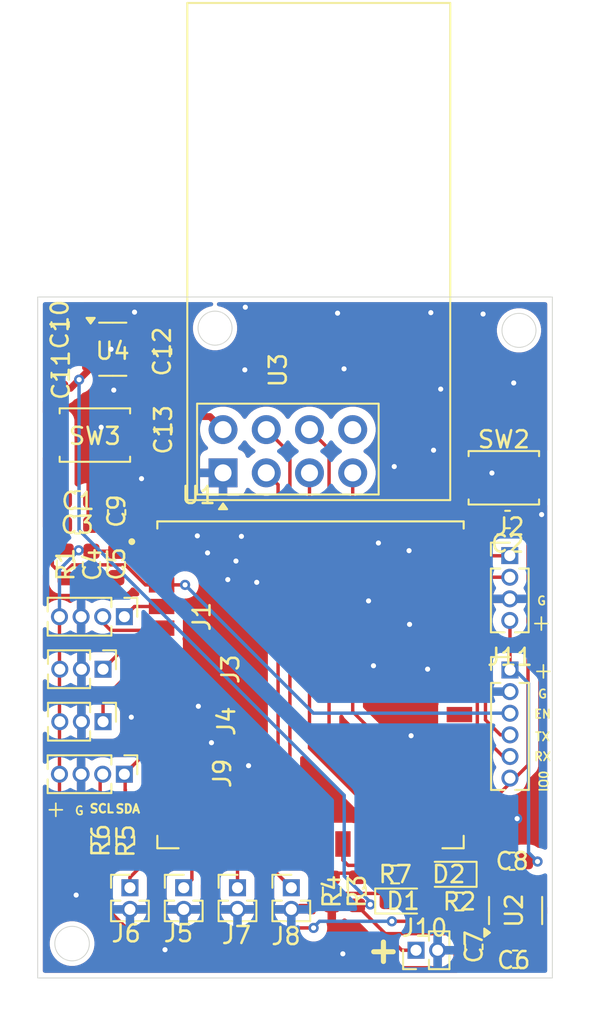
<source format=kicad_pcb>
(kicad_pcb (version 20241229) (generator "pcbnew") (generator_version "9.0")
  (layers (0 "F.Cu" signal) (2 "B.Cu" signal) (13 "F.Paste" user) (15 "B.Paste" user) (5 "F.SilkS" user "F.Silkscreen") (7 "B.SilkS" user "B.Silkscreen") (1 "F.Mask" user) (3 "B.Mask" user) (25 "Edge.Cuts" user))
  (net 0 "")
  (net 1 "GND")
  (net 2 "/EN")
  (net 3 "/IO0")
  (net 4 "+3V3")
  (net 5 "+5V")
  (net 6 "+3.3VA")
  (net 7 "Net-(D1-A)")
  (net 8 "Net-(D2-A)")
  (net 9 "Net-(J1-Pin_1)")
  (net 10 "Net-(J1-Pin_2)")
  (net 11 "Net-(J2-Pin_1)")
  (net 12 "Net-(J2-Pin_2)")
  (net 13 "Net-(J3-Pin_1)")
  (net 14 "Net-(J4-Pin_1)")
  (net 15 "Net-(J5-Pin_1)")
  (net 16 "Net-(J6-Pin_1)")
  (net 17 "Net-(J7-Pin_1)")
  (net 18 "Net-(J8-Pin_1)")
  (net 19 "/SCL")
  (net 20 "/SDA")
  (net 21 "Net-(J11-Pin_5)")
  (net 22 "Net-(J11-Pin_4)")
  (net 23 "/BAT_MON")
  (net 24 "Net-(U1-IO14)")
  (net 28 "/CE")
  (net 30 "/SCK")
  (net 33 "/MOSI")
  (net 38 "/CSN")
  (net 39 "/MISO")
  (footprint "Connector_PinHeader_1.27mm:PinHeader_1x04_P1.27mm_Vertical" (layer "F.Cu") (at 104.1 56.56 -90)
    (property "Reference" "J9" (at -0.05 -5.76 90) (layer "F.SilkS"))
    (property "Value" "OLED")
    (pad "1" thru_hole rect (at 0 0 270) (size 1 1) (drill 0.65) (layers "*.Cu" "*.Mask") (net 20 "/SDA"))
    (pad "2" thru_hole oval (at 0 1.27 270) (size 1 1) (drill 0.65) (layers "*.Cu" "*.Mask") (net 19 "/SCL"))
    (pad "3" thru_hole oval (at 0 2.54 270) (size 1 1) (drill 0.65) (layers "*.Cu" "*.Mask") (net 1 "GND"))
    (pad "4" thru_hole oval (at 0 3.81 270) (size 1 1) (drill 0.65) (layers "*.Cu" "*.Mask") (net 4 "+3V3"))
  )
  (footprint "Capacitor_SMD:C_0603_1608Metric" (layer "F.Cu") (at 106.35 31.74 -90)
    (property "Reference" "C12" (at 0 0.03 90) (layer "F.SilkS"))
    (property "Value" "0.1uF")
    (pad "1" smd roundrect (at -0.775 0 270) (size 0.9 0.95) (layers "F.Cu" "F.Mask" "F.Paste") (net 6 "+3.3VA"))
    (pad "2" smd roundrect (at 0.775 0 270) (size 0.9 0.95) (layers "F.Cu" "F.Mask" "F.Paste") (net 1 "GND"))
  )
  (footprint "LED_SMD:LED_0603_1608Metric_Pad1.05x0.95mm_HandSolder" (layer "F.Cu") (at 120.5 64.01)
    (property "Reference" "D1" (at -0.0225 0 0) (layer "F.SilkS"))
    (property "Value" "LED")
    (pad "1" smd roundrect (at -0.875 0) (size 1.05 0.95) (layers "F.Cu" "F.Mask" "F.Paste") (net 1 "GND"))
    (pad "2" smd roundrect (at 0.875 0) (size 1.05 0.95) (layers "F.Cu" "F.Mask" "F.Paste") (net 7 "Net-(D1-A)"))
  )
  (footprint "RF_Module:nRF24L01_Breakout" (layer "F.Cu") (at 109.9 38.86 90)
    (property "Reference" "U3" (at 6.03 3.23 90) (layer "F.SilkS"))
    (property "Value" "NRF24L01_Breakout")
    (pad "1" thru_hole rect (at 0 0 90) (size 1.7 1.7) (drill 1) (layers "*.Cu" "*.Mask") (net 1 "GND"))
    (pad "2" thru_hole circle (at 2.54 0 90) (size 1.7 1.7) (drill 1) (layers "*.Cu" "*.Mask") (net 6 "+3.3VA"))
    (pad "3" thru_hole circle (at 0 2.54 90) (size 1.7 1.7) (drill 1) (layers "*.Cu" "*.Mask") (net 28 "/CE"))
    (pad "4" thru_hole circle (at 2.54 2.54 90) (size 1.7 1.7) (drill 1) (layers "*.Cu" "*.Mask") (net 38 "/CSN"))
    (pad "5" thru_hole circle (at 0 5.08 90) (size 1.7 1.7) (drill 1) (layers "*.Cu" "*.Mask") (net 30 "/SCK"))
    (pad "6" thru_hole circle (at 2.54 5.08 90) (size 1.7 1.7) (drill 1) (layers "*.Cu" "*.Mask") (net 33 "/MOSI"))
    (pad "7" thru_hole circle (at 0 7.62 90) (size 1.7 1.7) (drill 1) (layers "*.Cu" "*.Mask") (net 39 "/MISO"))
    (pad "8" thru_hole circle (at 2.54 7.62 90) (size 1.7 1.7) (drill 1) (layers "*.Cu" "*.Mask"))
  )
  (footprint "Connector_PinHeader_1.27mm:PinHeader_1x04_P1.27mm_Vertical" (layer "F.Cu") (at 104.1 47.31 -90)
    (property "Reference" "J1" (at -0.01 -4.55 90) (layer "F.SilkS"))
    (property "Value" "JOYSTICK")
    (pad "1" thru_hole rect (at 0 0 270) (size 1 1) (drill 0.65) (layers "*.Cu" "*.Mask") (net 9 "Net-(J1-Pin_1)"))
    (pad "2" thru_hole oval (at 0 1.27 270) (size 1 1) (drill 0.65) (layers "*.Cu" "*.Mask") (net 10 "Net-(J1-Pin_2)"))
    (pad "3" thru_hole oval (at 0 2.54 270) (size 1 1) (drill 0.65) (layers "*.Cu" "*.Mask") (net 1 "GND"))
    (pad "4" thru_hole oval (at 0 3.81 270) (size 1 1) (drill 0.65) (layers "*.Cu" "*.Mask") (net 4 "+3V3"))
  )
  (footprint "Resistor_SMD:R_0603_1608Metric" (layer "F.Cu") (at 120.015 62.45)
    (property "Reference" "R7" (at 0.005 -0.01 0) (layer "F.SilkS"))
    (property "Value" "10K")
    (pad "1" smd roundrect (at -0.825 0) (size 0.8 0.95) (layers "F.Cu" "F.Mask" "F.Paste") (net 24 "Net-(U1-IO14)"))
    (pad "2" smd roundrect (at 0.825 0) (size 0.8 0.95) (layers "F.Cu" "F.Mask" "F.Paste") (net 8 "Net-(D2-A)"))
  )
  (footprint "Resistor_SMD:R_0603_1608Metric" (layer "F.Cu") (at 102.68 60.455 -90)
    (property "Reference" "R6" (at 0 -0.03 90) (layer "F.SilkS"))
    (property "Value" "100k")
    (pad "1" smd roundrect (at -0.825 0 270) (size 0.8 0.95) (layers "F.Cu" "F.Mask" "F.Paste") (net 19 "/SCL"))
    (pad "2" smd roundrect (at 0.825 0 270) (size 0.8 0.95) (layers "F.Cu" "F.Mask" "F.Paste") (net 4 "+3V3"))
  )
  (footprint "Capacitor_SMD:C_0603_1608Metric" (layer "F.Cu") (at 101.355 41.91)
    (property "Reference" "C3" (at -0.025 0.01 0) (layer "F.SilkS"))
    (property "Value" "0.1uF")
    (pad "1" smd roundrect (at -0.775 0) (size 0.9 0.95) (layers "F.Cu" "F.Mask" "F.Paste") (net 2 "/EN"))
    (pad "2" smd roundrect (at 0.775 0) (size 0.9 0.95) (layers "F.Cu" "F.Mask" "F.Paste") (net 1 "GND"))
  )
  (footprint "Package_TO_SOT_SMD:SOT-23-5" (layer "F.Cu") (at 127.09 64.5675 90)
    (property "Reference" "U2" (at 0 -0.0875 90) (layer "F.SilkS"))
    (property "Value" "MIC5219-3.3YM5")
    (pad "1" smd roundrect (at -1.1375 -0.95 90) (size 1.325 0.6) (layers "F.Cu" "F.Mask" "F.Paste") (net 5 "+5V"))
    (pad "2" smd roundrect (at -1.1375 0 90) (size 1.325 0.6) (layers "F.Cu" "F.Mask" "F.Paste") (net 1 "GND"))
    (pad "3" smd roundrect (at -1.1375 0.95 90) (size 1.325 0.6) (layers "F.Cu" "F.Mask" "F.Paste") (net 5 "+5V"))
    (pad "4" smd roundrect (at 1.1375 0.95 90) (size 1.325 0.6) (layers "F.Cu" "F.Mask" "F.Paste"))
    (pad "5" smd roundrect (at 1.1375 -0.95 90) (size 1.325 0.6) (layers "F.Cu" "F.Mask" "F.Paste") (net 4 "+3V3"))
  )
  (footprint "Connector_PinHeader_1.27mm:PinHeader_1x02_P1.27mm_Vertical" (layer "F.Cu") (at 121.24 66.9 90)
    (property "Reference" "J10" (at 1.31 0.5 180) (layer "F.SilkS"))
    (property "Value" "BAT")
    (pad "1" thru_hole rect (at 0 0 90) (size 1 1) (drill 0.65) (layers "*.Cu" "*.Mask") (net 5 "+5V"))
    (pad "2" thru_hole oval (at 0 1.27 90) (size 1 1) (drill 0.65) (layers "*.Cu" "*.Mask") (net 1 "GND"))
  )
  (footprint "Capacitor_SMD:C_0603_1608Metric" (layer "F.Cu") (at 124.64 66.7 -90)
    (property "Reference" "C7" (at 0 0 90) (layer "F.SilkS"))
    (property "Value" "0.1uF")
    (pad "1" smd roundrect (at -0.775 0 270) (size 0.9 0.95) (layers "F.Cu" "F.Mask" "F.Paste") (net 5 "+5V"))
    (pad "2" smd roundrect (at 0.775 0 270) (size 0.9 0.95) (layers "F.Cu" "F.Mask" "F.Paste") (net 1 "GND"))
  )
  (footprint "Connector_PinHeader_1.27mm:PinHeader_1x02_P1.27mm_Vertical" (layer "F.Cu") (at 110.75 63.23)
    (property "Reference" "J7" (at -0.06 2.79 0) (layer "F.SilkS"))
    (property "Value" "Switch")
    (pad "1" thru_hole rect (at 0 0) (size 1 1) (drill 0.65) (layers "*.Cu" "*.Mask") (net 17 "Net-(J7-Pin_1)"))
    (pad "2" thru_hole oval (at 0 1.27) (size 1 1) (drill 0.65) (layers "*.Cu" "*.Mask") (net 1 "GND"))
  )
  (footprint "Capacitor_SMD:C_0603_1608Metric" (layer "F.Cu") (at 106.38 36.33 -90)
    (property "Reference" "C13" (at 0 -0.01 90) (layer "F.SilkS"))
    (property "Value" "0.1uF")
    (pad "1" smd roundrect (at -0.775 0 270) (size 0.9 0.95) (layers "F.Cu" "F.Mask" "F.Paste") (net 6 "+3.3VA"))
    (pad "2" smd roundrect (at 0.775 0 270) (size 0.9 0.95) (layers "F.Cu" "F.Mask" "F.Paste") (net 1 "GND"))
  )
  (footprint "Capacitor_SMD:C_0603_1608Metric" (layer "F.Cu") (at 103.65 41.18 90)
    (property "Reference" "C9" (at 0.07 -0.01 90) (layer "F.SilkS"))
    (property "Value" "0.1uF")
    (pad "1" smd roundrect (at -0.775 0 90) (size 0.9 0.95) (layers "F.Cu" "F.Mask" "F.Paste") (net 4 "+3V3"))
    (pad "2" smd roundrect (at 0.775 0 90) (size 0.9 0.95) (layers "F.Cu" "F.Mask" "F.Paste") (net 1 "GND"))
  )
  (footprint "Resistor_SMD:R_0603_1608Metric" (layer "F.Cu") (at 104.16 60.455 -90)
    (property "Reference" "R5" (at 0.03 -0.02 90) (layer "F.SilkS"))
    (property "Value" "100k")
    (pad "1" smd roundrect (at -0.825 0 270) (size 0.8 0.95) (layers "F.Cu" "F.Mask" "F.Paste") (net 20 "/SDA"))
    (pad "2" smd roundrect (at 0.825 0 270) (size 0.8 0.95) (layers "F.Cu" "F.Mask" "F.Paste") (net 4 "+3V3"))
  )
  (footprint "Connector_PinHeader_1.27mm:PinHeader_1x03_P1.27mm_Vertical" (layer "F.Cu") (at 102.85 50.393333 -90)
    (property "Reference" "J3" (at 0 -7.49 90) (layer "F.SilkS"))
    (property "Value" "POT")
    (pad "1" thru_hole rect (at 0 0 270) (size 1 1) (drill 0.65) (layers "*.Cu" "*.Mask") (net 13 "Net-(J3-Pin_1)"))
    (pad "2" thru_hole oval (at 0 1.27 270) (size 1 1) (drill 0.65) (layers "*.Cu" "*.Mask") (net 1 "GND"))
    (pad "3" thru_hole oval (at 0 2.54 270) (size 1 1) (drill 0.65) (layers "*.Cu" "*.Mask") (net 4 "+3V3"))
  )
  (footprint "ESP32-S3-WROOM-1U:XCVR_ESP32-S3-WROOM-1U" (layer "F.Cu") (at 115.04 51.31)
    (property "Reference" "U1" (at -6.575 -11.135 0) (layer "F.SilkS"))
    (property "Value" "ESP32-S3-WROOM-1U")
    (pad "1" smd rect (at -8.75 -8.41) (size 1.5 0.9) (layers "F.Cu" "F.Mask" "F.Paste") (net 1 "GND"))
    (pad "2" smd rect (at -8.75 -7.14) (size 1.5 0.9) (layers "F.Cu" "F.Mask" "F.Paste") (net 4 "+3V3"))
    (pad "3" smd rect (at -8.75 -5.87) (size 1.5 0.9) (layers "F.Cu" "F.Mask" "F.Paste") (net 2 "/EN"))
    (pad "4" smd rect (at -8.75 -4.6) (size 1.5 0.9) (layers "F.Cu" "F.Mask" "F.Paste") (net 9 "Net-(J1-Pin_1)"))
    (pad "5" smd rect (at -8.75 -3.33) (size 1.5 0.9) (layers "F.Cu" "F.Mask" "F.Paste") (net 10 "Net-(J1-Pin_2)"))
    (pad "6" smd rect (at -8.75 -2.06) (size 1.5 0.9) (layers "F.Cu" "F.Mask" "F.Paste") (net 13 "Net-(J3-Pin_1)"))
    (pad "7" smd rect (at -8.75 -0.79) (size 1.5 0.9) (layers "F.Cu" "F.Mask" "F.Paste") (net 14 "Net-(J4-Pin_1)"))
    (pad "8" smd rect (at -8.75 0.48) (size 1.5 0.9) (layers "F.Cu" "F.Mask" "F.Paste"))
    (pad "9" smd rect (at -8.75 1.75) (size 1.5 0.9) (layers "F.Cu" "F.Mask" "F.Paste"))
    (pad "10" smd rect (at -8.75 3.02) (size 1.5 0.9) (layers "F.Cu" "F.Mask" "F.Paste"))
    (pad "11" smd rect (at -8.75 4.29) (size 1.5 0.9) (layers "F.Cu" "F.Mask" "F.Paste") (net 20 "/SDA"))
    (pad "12" smd rect (at -8.75 5.56) (size 1.5 0.9) (layers "F.Cu" "F.Mask" "F.Paste") (net 16 "Net-(J6-Pin_1)"))
    (pad "13" smd rect (at -8.75 6.83) (size 1.5 0.9) (layers "F.Cu" "F.Mask" "F.Paste") (net 19 "/SCL"))
    (pad "15" smd rect (at -6.985 9.35) (size 0.9 1.5) (layers "F.Cu" "F.Mask" "F.Paste") (net 15 "Net-(J5-Pin_1)"))
    (pad "16" smd rect (at -5.715 9.35) (size 0.9 1.5) (layers "F.Cu" "F.Mask" "F.Paste"))
    (pad "17" smd rect (at -4.445 9.35) (size 0.9 1.5) (layers "F.Cu" "F.Mask" "F.Paste") (net 17 "Net-(J7-Pin_1)"))
    (pad "18" smd rect (at -3.175 9.35) (size 0.9 1.5) (layers "F.Cu" "F.Mask" "F.Paste") (net 18 "Net-(J8-Pin_1)"))
    (pad "19" smd rect (at -1.905 9.35) (size 0.9 1.5) (layers "F.Cu" "F.Mask" "F.Paste") (net 28 "/CE"))
    (pad "20" smd rect (at -0.635 9.35) (size 0.9 1.5) (layers "F.Cu" "F.Mask" "F.Paste") (net 38 "/CSN"))
    (pad "21" smd rect (at 0.635 9.35) (size 0.9 1.5) (layers "F.Cu" "F.Mask" "F.Paste") (net 23 "/BAT_MON"))
    (pad "22" smd rect (at 1.905 9.35) (size 0.9 1.5) (layers "F.Cu" "F.Mask" "F.Paste") (net 24 "Net-(U1-IO14)"))
    (pad "23" smd rect (at 3.175 9.35) (size 0.9 1.5) (layers "F.Cu" "F.Mask" "F.Paste"))
    (pad "24" smd rect (at 4.445 9.35) (size 0.9 1.5) (layers "F.Cu" "F.Mask" "F.Paste"))
    (pad "25" smd rect (at 5.715 9.35) (size 0.9 1.5) (layers "F.Cu" "F.Mask" "F.Paste"))
    (pad "26" smd rect (at 6.985 9.35) (size 0.9 1.5) (layers "F.Cu" "F.Mask" "F.Paste"))
    (pad "27" smd rect (at 8.75 8.1) (size 1.5 0.9) (layers "F.Cu" "F.Mask" "F.Paste") (net 3 "/IO0"))
    (pad "28" smd rect (at 8.75 6.83) (size 1.5 0.9) (layers "F.Cu" "F.Mask" "F.Paste") (net 30 "/SCK"))
    (pad "29" smd rect (at 8.75 5.56) (size 1.5 0.9) (layers "F.Cu" "F.Mask" "F.Paste") (net 33 "/MOSI"))
    (pad "30" smd rect (at 8.75 4.29) (size 1.5 0.9) (layers "F.Cu" "F.Mask" "F.Paste") (net 39 "/MISO"))
    (pad "31" smd rect (at 8.75 3.02) (size 1.5 0.9) (layers "F.Cu" "F.Mask" "F.Paste"))
    (pad "32" smd rect (at 8.75 1.75) (size 1.5 0.9) (layers "F.Cu" "F.Mask" "F.Paste"))
    (pad "33" smd rect (at 8.75 0.48) (size 1.5 0.9) (layers "F.Cu" "F.Mask" "F.Paste"))
    (pad "34" smd rect (at 8.75 -0.79) (size 1.5 0.9) (layers "F.Cu" "F.Mask" "F.Paste"))
    (pad "35" smd rect (at 8.75 -2.06) (size 1.5 0.9) (layers "F.Cu" "F.Mask" "F.Paste"))
    (pad "36" smd rect (at 8.75 -3.33) (size 1.5 0.9) (layers "F.Cu" "F.Mask" "F.Paste") (net 21 "Net-(J11-Pin_5)"))
    (pad "37" smd rect (at 8.75 -4.6) (size 1.5 0.9) (layers "F.Cu" "F.Mask" "F.Paste") (net 22 "Net-(J11-Pin_4)"))
    (pad "38" smd rect (at 8.75 -5.87) (size 1.5 0.9) (layers "F.Cu" "F.Mask" "F.Paste") (net 12 "Net-(J2-Pin_2)"))
    (pad "39" smd rect (at 8.75 -7.14) (size 1.5 0.9) (layers "F.Cu" "F.Mask" "F.Paste") (net 11 "Net-(J2-Pin_1)"))
    (pad "40" smd rect (at 8.75 -8.41) (size 1.5 0.9) (layers "F.Cu" "F.Mask" "F.Paste") (net 1 "GND"))
  )
  (footprint "Connector_PinHeader_1.27mm:PinHeader_1x02_P1.27mm_Vertical" (layer "F.Cu") (at 104.43 63.23)
    (property "Reference" "J6" (at -0.22 2.69 0) (layer "F.SilkS"))
    (property "Value" "Switch")
    (pad "1" thru_hole rect (at 0 0) (size 1 1) (drill 0.65) (layers "*.Cu" "*.Mask") (net 16 "Net-(J6-Pin_1)"))
    (pad "2" thru_hole oval (at 0 1.27) (size 1 1) (drill 0.65) (layers "*.Cu" "*.Mask") (net 1 "GND"))
  )
  (footprint "LED_SMD:LED_0603_1608Metric_Pad1.05x0.95mm_HandSolder" (layer "F.Cu") (at 123.14 62.44 180)
    (property "Reference" "D2" (at -0.0225 0 0) (layer "F.SilkS"))
    (property "Value" "LED")
    (pad "1" smd roundrect (at -0.875 0 180) (size 1.05 0.95) (layers "F.Cu" "F.Mask" "F.Paste") (net 1 "GND"))
    (pad "2" smd roundrect (at 0.875 0 180) (size 1.05 0.95) (layers "F.Cu" "F.Mask" "F.Paste") (net 8 "Net-(D2-A)"))
  )
  (footprint "Connector_PinHeader_1.27mm:PinHeader_1x06_P1.27mm_Vertical" (layer "F.Cu") (at 126.76 50.44)
    (property "Reference" "J11" (at 0 -0.76 0) (layer "F.SilkS"))
    (property "Value" "Conn_01x06_Pin")
    (pad "1" thru_hole rect (at 0 0) (size 1 1) (drill 0.65) (layers "*.Cu" "*.Mask") (net 4 "+3V3"))
    (pad "2" thru_hole oval (at 0 1.27) (size 1 1) (drill 0.65) (layers "*.Cu" "*.Mask") (net 1 "GND"))
    (pad "3" thru_hole oval (at 0 2.54) (size 1 1) (drill 0.65) (layers "*.Cu" "*.Mask") (net 2 "/EN"))
    (pad "4" thru_hole oval (at 0 3.81) (size 1 1) (drill 0.65) (layers "*.Cu" "*.Mask") (net 22 "Net-(J11-Pin_4)"))
    (pad "5" thru_hole oval (at 0 5.08) (size 1 1) (drill 0.65) (layers "*.Cu" "*.Mask") (net 21 "Net-(J11-Pin_5)"))
    (pad "6" thru_hole oval (at 0 6.35) (size 1 1) (drill 0.65) (layers "*.Cu" "*.Mask") (net 3 "/IO0"))
  )
  (footprint "Resistor_SMD:R_0603_1608Metric" (layer "F.Cu") (at 123.79 64.04 180)
    (property "Reference" "R2" (at 0 0 0) (layer "F.SilkS"))
    (property "Value" "10K")
    (pad "1" smd roundrect (at -0.825 0 180) (size 0.8 0.95) (layers "F.Cu" "F.Mask" "F.Paste") (net 4 "+3V3"))
    (pad "2" smd roundrect (at 0.825 0 180) (size 0.8 0.95) (layers "F.Cu" "F.Mask" "F.Paste") (net 7 "Net-(D1-A)"))
  )
  (footprint "Capacitor_SMD:C_0603_1608Metric" (layer "F.Cu") (at 127.07 67.43 180)
    (property "Reference" "C6" (at 0.09 -0.06 0) (layer "F.SilkS"))
    (property "Value" "0.1uF")
    (pad "1" smd roundrect (at -0.775 0 180) (size 0.9 0.95) (layers "F.Cu" "F.Mask" "F.Paste") (net 5 "+5V"))
    (pad "2" smd roundrect (at 0.775 0 180) (size 0.9 0.95) (layers "F.Cu" "F.Mask" "F.Paste") (net 1 "GND"))
  )
  (footprint "Connector_PinHeader_1.27mm:PinHeader_1x03_P1.27mm_Vertical" (layer "F.Cu") (at 102.85 53.476667 -90)
    (property "Reference" "J4" (at -0.026667 -7.25 90) (layer "F.SilkS"))
    (property "Value" "POT")
    (pad "1" thru_hole rect (at 0 0 270) (size 1 1) (drill 0.65) (layers "*.Cu" "*.Mask") (net 14 "Net-(J4-Pin_1)"))
    (pad "2" thru_hole oval (at 0 1.27 270) (size 1 1) (drill 0.65) (layers "*.Cu" "*.Mask") (net 1 "GND"))
    (pad "3" thru_hole oval (at 0 2.54 270) (size 1 1) (drill 0.65) (layers "*.Cu" "*.Mask") (net 4 "+3V3"))
  )
  (footprint "Resistor_SMD:R_0603_1608Metric" (layer "F.Cu") (at 116.29 63.45 -90)
    (property "Reference" "R4" (at 0 0 270) (layer "F.SilkS"))
    (property "Value" "100K")
    (pad "1" smd roundrect (at -0.825 0 270) (size 0.8 0.95) (layers "F.Cu" "F.Mask" "F.Paste") (net 23 "/BAT_MON"))
    (pad "2" smd roundrect (at 0.825 0 270) (size 0.8 0.95) (layers "F.Cu" "F.Mask" "F.Paste") (net 1 "GND"))
  )
  (footprint "Capacitor_SMD:C_0603_1608Metric" (layer "F.Cu") (at 100.33 33.12 90)
    (property "Reference" "C11" (at 0 0.05 90) (layer "F.SilkS"))
    (property "Value" "0.1uF")
    (pad "1" smd roundrect (at -0.775 0 90) (size 0.9 0.95) (layers "F.Cu" "F.Mask" "F.Paste") (net 5 "+5V"))
    (pad "2" smd roundrect (at 0.775 0 90) (size 0.9 0.95) (layers "F.Cu" "F.Mask" "F.Paste") (net 1 "GND"))
  )
  (footprint "Resistor_SMD:R_0603_1608Metric" (layer "F.Cu") (at 100.65 44.24 -90)
    (property "Reference" "R1" (at 0 0 90) (layer "F.SilkS"))
    (property "Value" "10K")
    (pad "1" smd roundrect (at -0.825 0 270) (size 0.8 0.95) (layers "F.Cu" "F.Mask" "F.Paste") (net 4 "+3V3"))
    (pad "2" smd roundrect (at 0.825 0 270) (size 0.8 0.95) (layers "F.Cu" "F.Mask" "F.Paste") (net 2 "/EN"))
  )
  (footprint "Capacitor_SMD:C_0603_1608Metric" (layer "F.Cu") (at 101.35 40.44)
    (property "Reference" "C1" (at 0.03 0.08 0) (layer "F.SilkS"))
    (property "Value" "1uF")
    (pad "1" smd roundrect (at -0.775 0) (size 0.9 0.95) (layers "F.Cu" "F.Mask" "F.Paste") (net 2 "/EN"))
    (pad "2" smd roundrect (at 0.775 0) (size 0.9 0.95) (layers "F.Cu" "F.Mask" "F.Paste") (net 1 "GND"))
  )
  (footprint "Connector_PinHeader_1.27mm:PinHeader_1x04_P1.27mm_Vertical" (layer "F.Cu") (at 126.75 43.72)
    (property "Reference" "J2" (at 0 -1.695 0) (layer "F.SilkS"))
    (property "Value" "JOYSTICK")
    (pad "1" thru_hole rect (at 0 0) (size 1 1) (drill 0.65) (layers "*.Cu" "*.Mask") (net 11 "Net-(J2-Pin_1)"))
    (pad "2" thru_hole oval (at 0 1.27) (size 1 1) (drill 0.65) (layers "*.Cu" "*.Mask") (net 12 "Net-(J2-Pin_2)"))
    (pad "3" thru_hole oval (at 0 2.54) (size 1 1) (drill 0.65) (layers "*.Cu" "*.Mask") (net 1 "GND"))
    (pad "4" thru_hole oval (at 0 3.81) (size 1 1) (drill 0.65) (layers "*.Cu" "*.Mask") (net 4 "+3V3"))
  )
  (footprint "Connector_PinHeader_1.27mm:PinHeader_1x02_P1.27mm_Vertical" (layer "F.Cu") (at 107.59 63.23)
    (property "Reference" "J5" (at -0.30753 2.68 0) (layer "F.SilkS"))
    (property "Value" "Switch")
    (pad "1" thru_hole rect (at 0 0) (size 1 1) (drill 0.65) (layers "*.Cu" "*.Mask") (net 15 "Net-(J5-Pin_1)"))
    (pad "2" thru_hole oval (at 0 1.27) (size 1 1) (drill 0.65) (layers "*.Cu" "*.Mask") (net 1 "GND"))
  )
  (footprint "Package_TO_SOT_SMD:SOT-23-5" (layer "F.Cu") (at 103.42 31.5975)
    (property "Reference" "U4" (at -0.01 0.1025 0) (layer "F.SilkS"))
    (property "Value" "MIC5219-3.3YM5")
    (pad "1" smd roundrect (at -1.1375 -0.95) (size 1.325 0.6) (layers "F.Cu" "F.Mask" "F.Paste") (net 5 "+5V"))
    (pad "2" smd roundrect (at -1.1375 0) (size 1.325 0.6) (layers "F.Cu" "F.Mask" "F.Paste") (net 1 "GND"))
    (pad "3" smd roundrect (at -1.1375 0.95) (size 1.325 0.6) (layers "F.Cu" "F.Mask" "F.Paste") (net 5 "+5V"))
    (pad "4" smd roundrect (at 1.1375 0.95) (size 1.325 0.6) (layers "F.Cu" "F.Mask" "F.Paste"))
    (pad "5" smd roundrect (at 1.1375 -0.95) (size 1.325 0.6) (layers "F.Cu" "F.Mask" "F.Paste") (net 6 "+3.3VA"))
  )
  (footprint "Capacitor_SMD:C_0603_1608Metric" (layer "F.Cu") (at 102.17 44.24 90)
    (property "Reference" "C4" (at 0 0.06 90) (layer "F.SilkS"))
    (property "Value" "0.1uF")
    (pad "1" smd roundrect (at -0.775 0 90) (size 0.9 0.95) (layers "F.Cu" "F.Mask" "F.Paste") (net 1 "GND"))
    (pad "2" smd roundrect (at 0.775 0 90) (size 0.9 0.95) (layers "F.Cu" "F.Mask" "F.Paste") (net 4 "+3V3"))
  )
  (footprint "Resistor_SMD:R_0603_1608Metric" (layer "F.Cu") (at 117.77 63.44 90)
    (property "Reference" "R3" (at 0 0 90) (layer "F.SilkS"))
    (property "Value" "100k")
    (pad "1" smd roundrect (at -0.825 0 90) (size 0.8 0.95) (layers "F.Cu" "F.Mask" "F.Paste") (net 5 "+5V"))
    (pad "2" smd roundrect (at 0.825 0 90) (size 0.8 0.95) (layers "F.Cu" "F.Mask" "F.Paste") (net 23 "/BAT_MON"))
  )
  (footprint "Capacitor_SMD:C_0603_1608Metric" (layer "F.Cu") (at 103.63 44.24 90)
    (property "Reference" "C5" (at 0.03 0 90) (layer "F.SilkS"))
    (property "Value" "22uF")
    (pad "1" smd roundrect (at -0.775 0 90) (size 0.9 0.95) (layers "F.Cu" "F.Mask" "F.Paste") (net 1 "GND"))
    (pad "2" smd roundrect (at 0.775 0 90) (size 0.9 0.95) (layers "F.Cu" "F.Mask" "F.Paste") (net 4 "+3V3"))
  )
  (footprint "Connector_PinHeader_1.27mm:PinHeader_1x02_P1.27mm_Vertical" (layer "F.Cu") (at 113.91 63.23)
    (property "Reference" "J8" (at -0.30753 2.85 0) (layer "F.SilkS"))
    (property "Value" "Switch")
    (pad "1" thru_hole rect (at 0 0) (size 1 1) (drill 0.65) (layers "*.Cu" "*.Mask") (net 18 "Net-(J8-Pin_1)"))
    (pad "2" thru_hole oval (at 0 1.27) (size 1 1) (drill 0.65) (layers "*.Cu" "*.Mask") (net 1 "GND"))
  )
  (footprint "Button_Switch_SMD:SW_Push_SPST_NO_Alps_SKRK" (layer "F.Cu") (at 126.4 39.15)
    (property "Reference" "SW2" (at 0 -2.25 0) (layer "F.SilkS"))
    (property "Value" "SW_Push")
    (pad "1" smd roundrect (at -2.1 0) (size 0.8 2) (layers "F.Cu" "F.Mask" "F.Paste") (net 1 "GND"))
    (pad "2" smd roundrect (at 2.1 0) (size 0.8 2) (layers "F.Cu" "F.Mask" "F.Paste") (net 3 "/IO0"))
  )
  (footprint "Capacitor_SMD:C_0603_1608Metric" (layer "F.Cu") (at 126.89 61.67 180)
    (property "Reference" "C8" (at 0 0 0) (layer "F.SilkS"))
    (property "Value" "0.1uF")
    (pad "1" smd roundrect (at -0.775 0 180) (size 0.9 0.95) (layers "F.Cu" "F.Mask" "F.Paste") (net 4 "+3V3"))
    (pad "2" smd roundrect (at 0.775 0 180) (size 0.9 0.95) (layers "F.Cu" "F.Mask" "F.Paste") (net 1 "GND"))
  )
  (footprint "Capacitor_SMD:C_0603_1608Metric" (layer "F.Cu") (at 126.62 41.6 180)
    (property "Reference" "C2" (at 0 -1.43 0) (layer "F.SilkS"))
    (property "Value" "0.1uF")
    (pad "1" smd roundrect (at -0.775 0 180) (size 0.9 0.95) (layers "F.Cu" "F.Mask" "F.Paste") (net 3 "/IO0"))
    (pad "2" smd roundrect (at 0.775 0 180) (size 0.9 0.95) (layers "F.Cu" "F.Mask" "F.Paste") (net 1 "GND"))
  )
  (footprint "Button_Switch_SMD:SW_Push_SPST_NO_Alps_SKRK" (layer "F.Cu") (at 102.37 36.64 180)
    (property "Reference" "SW3" (at 0 -0.06 0) (layer "F.SilkS"))
    (property "Value" "SW_Push")
    (pad "1" smd roundrect (at -2.1 0 180) (size 0.8 2) (layers "F.Cu" "F.Mask" "F.Paste") (net 1 "GND"))
    (pad "2" smd roundrect (at 2.1 0 180) (size 0.8 2) (layers "F.Cu" "F.Mask" "F.Paste") (net 2 "/EN"))
  )
  (footprint "Capacitor_SMD:C_0603_1608Metric" (layer "F.Cu") (at 100.33 30.15 -90)
    (property "Reference" "C10" (at 0 0.02 90) (layer "F.SilkS"))
    (property "Value" "0.1uF")
    (pad "1" smd roundrect (at -0.775 0 270) (size 0.9 0.95) (layers "F.Cu" "F.Mask" "F.Paste") (net 5 "+5V"))
    (pad "2" smd roundrect (at 0.775 0 270) (size 0.9 0.95) (layers "F.Cu" "F.Mask" "F.Paste") (net 1 "GND"))
  )
  (gr_rect (start 99.01 28.53) (end 129.25 68.53) (stroke (width 0.05)) (fill no) (layer "Edge.Cuts"))
  (gr_circle (center 101.03 66.51) (end 102.03 66.68) (stroke (width 0.05)) (fill no) (layer "Edge.Cuts"))
  (gr_circle (center 127.29 30.49) (end 128.29 30.49) (stroke (width 0.05)) (fill no) (layer "Edge.Cuts"))
  (gr_circle (center 109.43 30.36) (end 110.43 30.36) (stroke (width 0.05)) (fill no) (layer "Edge.Cuts"))
  (gr_text "G" (at 101.14 59 0) (layer "F.SilkS") (effects (font (size 0.5 0.5) (thickness 0.1)) (justify left bottom)))
  (gr_text "EN" (at 128.120476 53.32 0) (layer "F.SilkS") (effects (font (size 0.5 0.5) (thickness 0.1) (bold yes)) (justify left bottom)))
  (gr_text "+" (at 127.92 48.22 0) (layer "F.SilkS") (effects (font (size 1 1) (thickness 0.1)) (justify left bottom)))
  (gr_text "IO0\n" (at 129.040571 57.66 90) (layer "F.SilkS") (effects (font (size 0.5 0.5) (thickness 0.1)) (justify left bottom)))
  (gr_text "G" (at 128.3 46.67 0) (layer "F.SilkS") (effects (font (size 0.5 0.5) (thickness 0.1)) (justify left bottom)))
  (gr_text "SDA" (at 103.52 58.89 0) (layer "F.SilkS") (effects (font (size 0.5 0.5) (thickness 0.125) (bold yes)) (justify left bottom)))
  (gr_text "TX\n" (at 128.18 54.65 0) (layer "F.SilkS") (effects (font (size 0.5 0.5) (thickness 0.1)) (justify left bottom)))
  (gr_text "+" (at 118.2 67.76 0) (layer "F.SilkS") (effects (font (size 1.5 1.5) (thickness 0.3) (bold yes)) (justify left bottom)))
  (gr_text "RX\n" (at 128.120476 55.82 0) (layer "F.SilkS") (effects (font (size 0.5 0.5) (thickness 0.1)) (justify left bottom)))
  (gr_text "+" (at 128.039524 51.03 0) (layer "F.SilkS") (effects (font (size 1 1) (thickness 0.1)) (justify left bottom)))
  (gr_text "+" (at 99.39 59.16 0) (layer "F.SilkS") (effects (font (size 1 1) (thickness 0.1)) (justify left bottom)))
  (gr_text "G" (at 128.358571 52.14 0) (layer "F.SilkS") (effects (font (size 0.5 0.5) (thickness 0.1)) (justify left bottom)))
  (gr_text "SCL \n\n" (at 102 59.68 0) (layer "F.SilkS") (effects (font (size 0.5 0.5) (thickness 0.125) (bold yes)) (justify left bottom)))
  (segment (start 122.51 66.9) (end 125.765 66.9) (width 0.2) (layer "F.Cu") (net 1))
  (segment (start 101.56 45.625) (end 102.17 45.015) (width 0.2) (layer "F.Cu") (net 1))
  (segment (start 120.401 63.234) (end 123.221 63.234) (width 0.2) (layer "F.Cu") (net 1))
  (segment (start 124.015 62.44) (end 125.345 62.44) (width 0.2) (layer "F.Cu") (net 1))
  (segment (start 125.845 40.695) (end 124.3 39.15) (width 0.2) (layer "F.Cu") (net 1))
  (segment (start 124.64 67.475) (end 126.25 67.475) (width 0.2) (layer "F.Cu") (net 1))
  (segment (start 127.09 66.635) (end 127.09 65.705) (width 0.2) (layer "F.Cu") (net 1))
  (segment (start 120.169 67.929) (end 122.43 67.929) (width 0.2) (layer "F.Cu") (net 1))
  (segment (start 117.001 63.564) (end 116.29 64.275) (width 0.2) (layer "F.Cu") (net 1))
  (segment (start 101.56 47.31) (end 101.56 45.625) (width 0.2) (layer "F.Cu") (net 1))
  (segment (start 100.33 31.8) (end 100.33 32.345) (width 0.4) (layer "F.Cu") (net 1))
  (segment (start 103.65 40.405) (end 103.65 37.46) (width 0.2) (layer "F.Cu") (net 1))
  (segment (start 109.9 38.86) (end 106.71 38.86) (width 0.4) (layer "F.Cu") (net 1))
  (segment (start 122.43 67.929) (end 122.51 67.849) (width 0.2) (layer "F.Cu") (net 1))
  (segment (start 106.35 32.515) (end 104.47 34.395) (width 0.4) (layer "F.Cu") (net 1))
  (segment (start 104.47 36.64) (end 105.915 36.64) (width 0.4) (layer "F.Cu") (net 1))
  (segment (start 103.32 31.5975) (end 102.2825 31.5975) (width 0.4) (layer "F.Cu") (net 1))
  (segment (start 125.765 66.9) (end 126.295 67.43) (width 0.2) (layer "F.Cu") (net 1))
  (segment (start 119.625 64.01) (end 119.911 64.01) (width 0.2) (layer "F.Cu") (net 1))
  (segment (start 119.625 64.01) (end 119.179 63.564) (width 0.2) (layer "F.Cu") (net 1))
  (segment (start 106.71 38.86) (end 106.38 38.53) (width 0.4) (layer "F.Cu") (net 1))
  (segment (start 126.25 67.475) (end 126.295 67.43) (width 0.2) (layer "F.Cu") (net 1))
  (segment (start 100.33 30.925) (end 100.33 31.8) (width 0.4) (layer "F.Cu") (net 1))
  (segment (start 116.29 64.275) (end 116.515 64.275) (width 0.2) (layer "F.Cu") (net 1))
  (segment (start 103.795 40.405) (end 106.29 42.9) (width 0.2) (layer "F.Cu") (net 1))
  (segment (start 113.91 64.5) (end 114.19 64.5) (width 0.2) (layer "F.Cu") (net 1))
  (segment (start 105.4325 31.5975) (end 103.32 31.5975) (width 0.4) (layer "F.Cu") (net 1))
  (segment (start 106.38 37.105) (end 106.38 38.53) (width 0.4) (layer "F.Cu") (net 1))
  (segment (start 103.65 40.405) (end 102.16 40.405) (width 0.2) (layer "F.Cu") (net 1))
  (segment (start 123.79 42.9) (end 125.09 41.6) (width 0.2) (layer "F.Cu") (net 1))
  (segment (start 102.13 40.445) (end 102.125 40.44) (width 0.2) (layer "F.Cu") (net 1))
  (segment (start 122.51 66.609) (end 122.51 66.9) (width 0.2) (layer "F.Cu") (net 1))
  (segment (start 100.5325 31.5975) (end 102.2825 31.5975) (width 0.4) (layer "F.Cu") (net 1))
  (segment (start 102.13 41.91) (end 102.13 40.445) (width 0.2) (layer "F.Cu") (net 1))
  (segment (start 106.35 32.515) (end 105.4325 31.5975) (width 0.4) (layer "F.Cu") (net 1))
  (segment (start 126.295 67.43) (end 127.09 66.635) (width 0.2) (layer "F.Cu") (net 1))
  (segment (start 102.17 45.015) (end 103.63 45.015) (width 0.2) (layer "F.Cu") (net 1))
  (segment (start 114.19 64.5) (end 114.415 64.275) (width 0.2) (layer "F.Cu") (net 1))
  (segment (start 102.16 40.405) (end 102.125 40.44) (width 0.2) (layer "F.Cu") (net 1))
  (segment (start 114.415 64.275) (end 116.29 64.275) (width 0.2) (layer "F.Cu") (net 1))
  (segment (start 125.345 62.44) (end 126.115 61.67) (width 0.2) (layer "F.Cu") (net 1))
  (segment (start 119.179 63.564) (end 117.001 63.564) (width 0.2) (layer "F.Cu") (net 1))
  (segment (start 113.91 64.5) (end 104.43 64.5) (width 0.2) (layer "F.Cu") (net 1))
  (segment (start 103.65 40.405) (end 103.795 40.405) (width 0.2) (layer "F.Cu") (net 1))
  (segment (start 125.09 41.6) (end 125.845 41.6) (width 0.2) (layer "F.Cu") (net 1))
  (segment (start 104.47 34.395) (end 104.47 36.64) (width 0.4) (layer "F.Cu") (net 1))
  (segment (start 119.625 64.01) (end 120.401 63.234) (width 0.2) (layer "F.Cu") (net 1))
  (segment (start 105.915 36.64) (end 106.38 37.105) (width 0.4) (layer "F.Cu") (net 1))
  (segment (start 122.51 67.849) (end 122.51 66.9) (width 0.2) (layer "F.Cu") (net 1))
  (segment (start 103.65 37.46) (end 104.47 36.64) (width 0.2) (layer "F.Cu") (net 1))
  (segment (start 100.33 31.8) (end 100.5325 31.5975) (width 0.4) (layer "F.Cu") (net 1))
  (segment (start 125.845 41.6) (end 125.845 40.695) (width 0.2) (layer "F.Cu") (net 1))
  (segment (start 123.221 63.234) (end 124.015 62.44) (width 0.2) (layer "F.Cu") (net 1))
  (via (at 120.86 47.76) (size 0.6) (drill 0.3) (layers "F.Cu" "B.Cu") (net 1))
  (via (at 110.98 42.59) (size 0.6) (drill 0.3) (layers "F.Cu" "B.Cu") (net 1))
  (via (at 116.94 67.11) (size 0.6) (drill 0.3) (layers "F.Cu" "B.Cu") (net 1))
  (via (at 103.32 31.5975) (size 0.6) (drill 0.3) (layers "F.Cu" "B.Cu") (net 1))
  (via (at 101.27 63.66) (size 0.6) (drill 0.3) (layers "F.Cu" "B.Cu") (net 1))
  (via (at 106.49 66.87) (size 0.6) (drill 0.3) (layers "F.Cu" "B.Cu") (net 1))
  (via (at 119.96 38.49) (size 0.6) (drill 0.3) (layers "F.Cu" "B.Cu") (net 1))
  (via (at 120.83 43.43) (size 0.6) (drill 0.3) (layers "F.Cu" "B.Cu") (net 1))
  (via (at 102.74 36.18) (size 0.6) (drill 0.3) (layers "F.Cu" "B.Cu") (net 1))
  (via (at 119.03 42.98) (size 0.6) (drill 0.3) (layers "F.Cu" "B.Cu") (net 1))
  (via (at 111.18 32.81) (size 0.6) (drill 0.3) (layers "F.Cu" "B.Cu") (net 1))
  (via (at 108.39 42.56) (size 0.6) (drill 0.3) (layers "F.Cu" "B.Cu") (net 1))
  (via (at 103.48 34) (size 0.6) (drill 0.3) (layers "F.Cu" "B.Cu") (net 1))
  (via (at 111.88 45.29) (size 0.6) (drill 0.3) (layers "F.Cu" "B.Cu") (net 1))
  (via (at 127.18 59.17) (size 0.6) (drill 0.3) (layers "F.Cu" "B.Cu") (net 1))
  (via (at 105.11 39.2) (size 0.6) (drill 0.3) (layers "F.Cu" "B.Cu") (net 1))
  (via (at 111.4 56.06) (size 0.6) (drill 0.3) (layers "F.Cu" "B.Cu") (net 1))
  (via (at 120.95 54.3) (size 0.6) (drill 0.3) (layers "F.Cu" "B.Cu") (net 1))
  (via (at 116.63 29.48) (size 0.6) (drill 0.3) (layers "F.Cu" "B.Cu") (net 1))
  (via (at 110.18 45.13) (size 0.6) (drill 0.3) (layers "F.Cu" "B.Cu") (net 1))
  (via (at 109.22 54.71) (size 0.6) (drill 0.3) (layers "F.Cu" "B.Cu") (net 1))
  (via (at 122.11 29.45) (size 0.6) (drill 0.3) (layers "F.Cu" "B.Cu") (net 1))
  (via (at 126.98 33.58) (size 0.6) (drill 0.3) (layers "F.Cu" "B.Cu") (net 1))
  (via (at 128.62 41.31) (size 0.6) (drill 0.3) (layers "F.Cu" "B.Cu") (net 1))
  (via (at 125.7 38.87) (size 0.6) (drill 0.3) (layers "F.Cu" "B.Cu") (net 1))
  (via (at 118.45 46.38) (size 0.6) (drill 0.3) (layers "F.Cu" "B.Cu") (net 1))
  (via (at 122.69 33.94) (size 0.6) (drill 0.3) (layers "F.Cu" "B.Cu") (net 1))
  (via (at 111.21 29.13) (size 0.6) (drill 0.3) (layers "F.Cu" "B.Cu") (net 1))
  (via (at 108.45 52.57) (size 0.6) (drill 0.3) (layers "F.Cu" "B.Cu") (net 1))
  (via (at 104.51 53.21) (size 0.6) (drill 0.3) (layers "F.Cu" "B.Cu") (net 1))
  (via (at 117.01 32.75) (size 0.6) (drill 0.3) (layers "F.Cu" "B.Cu") (net 1))
  (via (at 110.66 44.04) (size 0.6) (drill 0.3) (layers "F.Cu" "B.Cu") (net 1))
  (via (at 104.7 29.42) (size 0.6) (drill 0.3) (layers "F.Cu" "B.Cu") (net 1))
  (via (at 118.74 50.19) (size 0.6) (drill 0.3) (layers "F.Cu" "B.Cu") (net 1))
  (via (at 108.99 43.56) (size 0.6) (drill 0.3) (layers "F.Cu" "B.Cu") (net 1))
  (via (at 121.92 50.39) (size 0.6) (drill 0.3) (layers "F.Cu" "B.Cu") (net 1))
  (via (at 125.18 29.53) (size 0.6) (drill 0.3) (layers "F.Cu" "B.Cu") (net 1))
  (via (at 122.27 37.53) (size 0.6) (drill 0.3) (layers "F.Cu" "B.Cu") (net 1))
  (segment (start 99.874 44.289) (end 99.874 42.616) (width 0.2) (layer "F.Cu") (net 2))
  (segment (start 100.65 44.665) (end 101.051 44.264) (width 0.2) (layer "F.Cu") (net 2))
  (segment (start 101.051 44.264) (end 104.164 44.264) (width 0.2) (layer "F.Cu") (net 2))
  (segment (start 100.575 36.945) (end 100.27 36.64) (width 0.2) (layer "F.Cu") (net 2))
  (segment (start 104.164 44.264) (end 105.34 45.44) (width 0.2) (layer "F.Cu") (net 2))
  (segment (start 100.575 41.905) (end 100.58 41.91) (width 0.2) (layer "F.Cu") (net 2))
  (segment (start 100.65 45.065) (end 100.65 44.665) (width 0.2) (layer "F.Cu") (net 2))
  (segment (start 100.575 40.44) (end 100.575 41.905) (width 0.2) (layer "F.Cu") (net 2))
  (segment (start 105.34 45.44) (end 106.29 45.44) (width 0.2) (layer "F.Cu") (net 2))
  (segment (start 100.575 40.44) (end 100.575 36.945) (width 0.2) (layer "F.Cu") (net 2))
  (segment (start 100.65 45.065) (end 99.874 44.289) (width 0.2) (layer "F.Cu") (net 2))
  (segment (start 106.29 45.44) (end 107.67 45.44) (width 0.2) (layer "F.Cu") (net 2))
  (segment (start 99.874 42.616) (end 100.58 41.91) (width 0.2) (layer "F.Cu") (net 2))
  (via (at 107.67 45.44) (size 0.6) (drill 0.3) (layers "F.Cu" "B.Cu") (net 2))
  (segment (start 127.06 52.975) (end 115.205 52.975) (width 0.2) (layer "B.Cu") (net 2))
  (segment (start 115.205 52.975) (end 107.67 45.44) (width 0.2) (layer "B.Cu") (net 2))
  (segment (start 127.82 56.025) (end 127.82 42.025) (width 0.2) (layer "F.Cu") (net 3))
  (segment (start 123.79 59.41) (end 124.435 59.41) (width 0.2) (layer "F.Cu") (net 3))
  (segment (start 127.395 40.255) (end 128.5 39.15) (width 0.2) (layer "F.Cu") (net 3))
  (segment (start 124.435 59.41) (end 127.82 56.025) (width 0.2) (layer "F.Cu") (net 3))
  (segment (start 127.395 41.6) (end 127.395 40.255) (width 0.2) (layer "F.Cu") (net 3))
  (segment (start 127.82 42.025) (end 127.395 41.6) (width 0.2) (layer "F.Cu") (net 3))
  (segment (start 128.36 61.67) (end 128.38 61.69) (width 0.2) (layer "F.Cu") (net 4))
  (segment (start 126.76 50.135) (end 126.76 47.56) (width 0.2) (layer "F.Cu") (net 4))
  (segment (start 102.68 61.28) (end 104.16 61.28) (width 0.2) (layer "F.Cu") (net 4))
  (segment (start 100.29 58.71) (end 100.29 56.56) (width 0.2) (layer "F.Cu") (net 4))
  (segment (start 103.65 43.445) (end 103.63 43.465) (width 0.2) (layer "F.Cu") (net 4))
  (segment (start 104.22 65.59) (end 115.22 65.59) (width 0.2) (layer "F.Cu") (net 4))
  (segment (start 119.82 65.2) (end 119.8 65.2) (width 0.2) (layer "F.Cu") (net 4))
  (segment (start 102.17 43.465) (end 103.63 43.465) (width 0.2) (layer "F.Cu") (net 4))
  (segment (start 125.53 64.04) (end 126.14 63.43) (width 0.2) (layer "F.Cu") (net 4))
  (segment (start 103.65 41.955) (end 103.65 43.445) (width 0.2) (layer "F.Cu") (net 4))
  (segment (start 103.63 43.465) (end 104.105 43.465) (width 0.2) (layer "F.Cu") (net 4))
  (segment (start 100.65 43.415) (end 102.12 43.415) (width 0.2) (layer "F.Cu") (net 4))
  (segment (start 102.68 61.28) (end 101.72 61.28) (width 0.2) (layer "F.Cu") (net 4))
  (segment (start 126.74 47.54) (end 127.06 47.54) (width 0.2) (layer "F.Cu") (net 4))
  (segment (start 100.29 47.31) (end 100.29 56.56) (width 0.2) (layer "F.Cu") (net 4))
  (segment (start 124.615 64.04) (end 123.455 65.2) (width 0.2) (layer "F.Cu") (net 4))
  (segment (start 123.455 65.2) (end 119.82 65.2) (width 0.2) (layer "F.Cu") (net 4))
  (segment (start 102.7 64.07) (end 104.22 65.59) (width 0.2) (layer "F.Cu") (net 4))
  (segment (start 124.615 64.04) (end 125.53 64.04) (width 0.2) (layer "F.Cu") (net 4))
  (segment (start 104.105 43.465) (end 104.81 44.17) (width 0.2) (layer "F.Cu") (net 4))
  (segment (start 104.81 44.17) (end 106.29 44.17) (width 0.2) (layer "F.Cu") (net 4))
  (segment (start 127.06 50.435) (end 126.76 50.135) (width 0.2) (layer "F.Cu") (net 4))
  (segment (start 100.29 59.85) (end 100.29 58.71) (width 0.2) (layer "F.Cu") (net 4))
  (segment (start 127.665 61.905) (end 126.14 63.43) (width 0.2) (layer "F.Cu") (net 4))
  (segment (start 127.665 61.67) (end 128.36 61.67) (width 0.2) (layer "F.Cu") (net 4))
  (segment (start 102.12 43.415) (end 102.17 43.465) (width 0.2) (layer "F.Cu") (net 4))
  (segment (start 126.76 47.56) (end 126.74 47.54) (width 0.2) (layer "F.Cu") (net 4))
  (segment (start 101.72 61.28) (end 100.29 59.85) (width 0.2) (layer "F.Cu") (net 4))
  (segment (start 127.665 61.67) (end 127.665 61.905) (width 0.2) (layer "F.Cu") (net 4))
  (via (at 101.42 43.41) (size 0.6) (drill 0.3) (layers "F.Cu" "B.Cu") (net 4))
  (via (at 119.82 65.2) (size 0.6) (drill 0.3) (layers "F.Cu" "B.Cu") (net 4))
  (via (at 115.22 65.59) (size 0.6) (drill 0.3) (layers "F.Cu" "B.Cu") (net 4))
  (via (at 128.38 61.69) (size 0.6) (drill 0.3) (layers "F.Cu" "B.Cu") (net 4))
  (segment (start 100.29 44.54) (end 101.42 43.41) (width 0.2) (layer "B.Cu") (net 4))
  (segment (start 115.57 65.2) (end 115.21 65.56) (width 0.2) (layer "B.Cu") (net 4))
  (segment (start 127.85 61.16) (end 128.38 61.69) (width 0.2) (layer "B.Cu") (net 4))
  (segment (start 100.29 47.31) (end 100.29 44.54) (width 0.2) (layer "B.Cu") (net 4))
  (segment (start 128.38 61.69) (end 128.38 61.74) (width 0.2) (layer "B.Cu") (net 4))
  (segment (start 119.82 65.2) (end 115.57 65.2) (width 0.2) (layer "B.Cu") (net 4))
  (segment (start 127.06 50.435) (end 127.85 51.225) (width 0.2) (layer "B.Cu") (net 4))
  (segment (start 127.85 51.225) (end 127.85 61.16) (width 0.2) (layer "B.Cu") (net 4))
  (segment (start 126.14 65.705) (end 126.14 65.042501) (width 0.2) (layer "F.Cu") (net 5))
  (segment (start 117.77 64.265) (end 118.498999 64.265) (width 0.2) (layer "F.Cu") (net 5))
  (segment (start 124.64 65.925) (end 125.92 65.925) (width 0.2) (layer "F.Cu") (net 5))
  (segment (start 100.33 29.375) (end 99.554 30.151) (width 0.2) (layer "F.Cu") (net 5))
  (segment (start 128.04 64.92) (end 128.04 65.705) (width 0.2) (layer "F.Cu") (net 5))
  (segment (start 120.405 66.9) (end 121.24 66.9) (width 0.2) (layer "F.Cu") (net 5))
  (segment (start 117.77 64.265) (end 120.405 66.9) (width 0.2) (layer "F.Cu") (net 5))
  (segment (start 100.935 33.895) (end 101.445 33.385) (width 0.4) (layer "F.Cu") (net 5))
  (segment (start 101.01 29.375) (end 102.2825 30.6475) (width 0.4) (layer "F.Cu") (net 5))
  (segment (start 126.14 65.042501) (end 126.512501 64.67) (width 0.2) (layer "F.Cu") (net 5))
  (segment (start 99.554 33.119) (end 100.33 33.895) (width 0.2) (layer "F.Cu") (net 5))
  (segment (start 118.498999 64.265) (end 118.55 64.213999) (width 0.2) (layer "F.Cu") (net 5))
  (segment (start 127.79 64.67) (end 128.04 64.92) (width 0.2) (layer "F.Cu") (net 5))
  (segment (start 119.43 65.925) (end 124.64 65.925) (width 0.2) (layer "F.Cu") (net 5))
  (segment (start 100.33 33.895) (end 100.935 33.895) (width 0.4) (layer "F.Cu") (net 5))
  (segment (start 101.01 29.375) (end 100.33 29.375) (width 0.4) (layer "F.Cu") (net 5))
  (segment (start 101.445 33.385) (end 102.2825 32.5475) (width 0.4) (layer "F.Cu") (net 5))
  (segment (start 117.77 64.265) (end 119.43 65.925) (width 0.2) (layer "F.Cu") (net 5))
  (segment (start 125.92 65.925) (end 126.14 65.705) (width 0.2) (layer "F.Cu") (net 5))
  (segment (start 128.04 67.235) (end 127.845 67.43) (width 0.2) (layer "F.Cu") (net 5))
  (segment (start 128.04 65.705) (end 128.04 67.235) (width 0.2) (layer "F.Cu") (net 5))
  (segment (start 99.554 30.151) (end 99.554 33.119) (width 0.2) (layer "F.Cu") (net 5))
  (segment (start 126.512501 64.67) (end 127.79 64.67) (width 0.2) (layer "F.Cu") (net 5))
  (via (at 101.445 33.385) (size 0.6) (drill 0.3) (layers "F.Cu" "B.Cu") (net 5))
  (via (at 118.55 64.213999) (size 0.6) (drill 0.3) (layers "F.Cu" "B.Cu") (net 5))
  (segment (start 101.44 42.22) (end 117.02 57.8) (width 0.2) (layer "B.Cu") (net 5))
  (segment (start 117.02 57.8) (end 117.02 62.54) (width 0.2) (layer "B.Cu") (net 5))
  (segment (start 117.02 62.54) (end 118.55 64.07) (width 0.2) (layer "B.Cu") (net 5))
  (segment (start 101.44 33.41) (end 101.44 42.22) (width 0.2) (layer "B.Cu") (net 5))
  (segment (start 118.55 64.07) (end 118.55 64.213999) (width 0.2) (layer "B.Cu") (net 5))
  (segment (start 106.35 30.965) (end 104.875 30.965) (width 0.4) (layer "F.Cu") (net 6))
  (segment (start 109.135 35.555) (end 109.9 36.32) (width 0.4) (layer "F.Cu") (net 6))
  (segment (start 106.38 35.555) (end 109.135 35.555) (width 0.4) (layer "F.Cu") (net 6))
  (segment (start 107.226 31.841) (end 106.35 30.965) (width 0.4) (layer "F.Cu") (net 6))
  (segment (start 104.875 30.965) (end 104.5575 30.6475) (width 0.4) (layer "F.Cu") (net 6))
  (segment (start 107.226 34.709) (end 107.226 31.841) (width 0.4) (layer "F.Cu") (net 6))
  (segment (start 106.38 35.555) (end 107.226 34.709) (width 0.4) (layer "F.Cu") (net 6))
  (segment (start 121.405 64.04) (end 121.375 64.01) (width 0.2) (layer "F.Cu") (net 7))
  (segment (start 122.965 64.04) (end 121.405 64.04) (width 0.2) (layer "F.Cu") (net 7))
  (segment (start 120.84 62.45) (end 122.255 62.45) (width 0.2) (layer "F.Cu") (net 8))
  (segment (start 122.255 62.45) (end 122.265 62.44) (width 0.2) (layer "F.Cu") (net 8))
  (segment (start 104.1 47.31) (end 104.7 46.71) (width 0.2) (layer "F.Cu") (net 9))
  (segment (start 104.7 46.71) (end 106.29 46.71) (width 0.2) (layer "F.Cu") (net 9))
  (segment (start 103.299 48.111) (end 106.159 48.111) (width 0.2) (layer "F.Cu") (net 10))
  (segment (start 102.83 47.642) (end 103.299 48.111) (width 0.2) (layer "F.Cu") (net 10))
  (segment (start 106.159 48.111) (end 106.29 47.98) (width 0.2) (layer "F.Cu") (net 10))
  (segment (start 102.83 47.31) (end 102.83 47.642) (width 0.2) (layer "F.Cu") (net 10))
  (segment (start 124.23 43.73) (end 123.79 44.17) (width 0.2) (layer "F.Cu") (net 11))
  (segment (start 127.06 43.73) (end 124.23 43.73) (width 0.2) (layer "F.Cu") (net 11))
  (segment (start 124.24 44.99) (end 127.05 44.99) (width 0.2) (layer "F.Cu") (net 12))
  (segment (start 123.79 45.44) (end 124.24 44.99) (width 0.2) (layer "F.Cu") (net 12))
  (segment (start 127.05 44.99) (end 127.06 45) (width 0.2) (layer "F.Cu") (net 12))
  (segment (start 102.85 50.393333) (end 103.993333 49.25) (width 0.2) (layer "F.Cu") (net 13))
  (segment (start 103.993333 49.25) (end 106.29 49.25) (width 0.2) (layer "F.Cu") (net 13))
  (segment (start 102.85 52.17) (end 104.5 50.52) (width 0.2) (layer "F.Cu") (net 14))
  (segment (start 104.5 50.52) (end 106.29 50.52) (width 0.2) (layer "F.Cu") (net 14))
  (segment (start 102.85 53.476667) (end 102.85 52.17) (width 0.2) (layer "F.Cu") (net 14))
  (segment (start 108.07 60.675) (end 108.055 60.66) (width 0.2) (layer "F.Cu") (net 15))
  (segment (start 108.07 62.75) (end 108.07 60.675) (width 0.2) (layer "F.Cu") (net 15))
  (segment (start 107.59 63.23) (end 108.07 62.75) (width 0.2) (layer "F.Cu") (net 15))
  (segment (start 107.24 56.87) (end 106.29 56.87) (width 0.2) (layer "F.Cu") (net 16))
  (segment (start 107.341 56.971) (end 107.24 56.87) (width 0.2) (layer "F.Cu") (net 16))
  (segment (start 104.43 62.62) (end 107.341 59.709) (width 0.2) (layer "F.Cu") (net 16))
  (segment (start 104.43 63.23) (end 104.43 62.62) (width 0.2) (layer "F.Cu") (net 16))
  (segment (start 107.341 59.709) (end 107.341 56.971) (width 0.2) (layer "F.Cu") (net 16))
  (segment (start 110.75 63.23) (end 110.75 60.815) (width 0.2) (layer "F.Cu") (net 17))
  (segment (start 110.75 60.815) (end 110.595 60.66) (width 0.2) (layer "F.Cu") (net 17))
  (segment (start 113.91 63.23) (end 111.865 61.185) (width 0.2) (layer "F.Cu") (net 18))
  (segment (start 111.865 61.185) (end 111.865 60.66) (width 0.2) (layer "F.Cu") (net 18))
  (segment (start 105.1 60.46) (end 106.31 59.25) (width 0.2) (layer "F.Cu") (net 19))
  (segment (start 102.89 59.65) (end 102.7 59.46) (width 0.2) (layer "F.Cu") (net 19))
  (segment (start 102.68 59.63) (end 102.68 60.39) (width 0.2) (layer "F.Cu") (net 19))
  (segment (start 106.29 59.23) (end 106.29 58.14) (width 0.2) (layer "F.Cu") (net 19))
  (segment (start 102.68 56.71) (end 102.83 56.56) (width 0.2) (layer "F.Cu") (net 19))
  (segment (start 102.7 59.46) (end 102.7 58.865) (width 0.2) (layer "F.Cu") (net 19))
  (segment (start 102.68 59.63) (end 102.68 56.71) (width 0.2) (layer "F.Cu") (net 19))
  (segment (start 102.75 60.46) (end 105.1 60.46) (width 0.2) (layer "F.Cu") (net 19))
  (segment (start 106.31 59.25) (end 106.29 59.23) (width 0.2) (layer "F.Cu") (net 19))
  (segment (start 102.68 60.39) (end 102.75 60.46) (width 0.2) (layer "F.Cu") (net 19))
  (segment (start 104.15 57.46) (end 104.15 56.61) (width 0.2) (layer "F.Cu") (net 20))
  (segment (start 104.16 57.47) (end 104.15 57.46) (width 0.2) (layer "F.Cu") (net 20))
  (segment (start 104.15 58.865) (end 104.15 57.46) (width 0.2) (layer "F.Cu") (net 20))
  (segment (start 104.15 56.61) (end 104.1 56.56) (width 0.2) (layer "F.Cu") (net 20))
  (segment (start 104.16 59.63) (end 104.16 57.47) (width 0.2) (layer "F.Cu") (net 20))
  (segment (start 104.1 56.56) (end 105.06 55.6) (width 0.2) (layer "F.Cu") (net 20))
  (segment (start 105.06 55.6) (end 106.29 55.6) (width 0.2) (layer "F.Cu") (net 20))
  (segment (start 124.841 48.081) (end 124.74 47.98) (width 0.2) (layer "F.Cu") (net 21))
  (segment (start 124.74 47.98) (end 123.79 47.98) (width 0.2) (layer "F.Cu") (net 21))
  (segment (start 126.345 55.515) (end 124.841 54.011) (width 0.2) (layer "F.Cu") (net 21))
  (segment (start 127.06 55.515) (end 126.345 55.515) (width 0.2) (layer "F.Cu") (net 21))
  (segment (start 124.841 54.011) (end 124.841 48.081) (width 0.2) (layer "F.Cu") (net 21))
  (segment (start 125.32 53.37) (end 125.32 47.29) (width 0.2) (layer "F.Cu") (net 22))
  (segment (start 124.74 46.71) (end 123.79 46.71) (width 0.2) (layer "F.Cu") (net 22))
  (segment (start 126.195 54.245) (end 125.32 53.37) (width 0.2) (layer "F.Cu") (net 22))
  (segment (start 125.32 47.29) (end 124.74 46.71) (width 0.2) (layer "F.Cu") (net 22))
  (segment (start 127.06 54.245) (end 126.195 54.245) (width 0.2) (layer "F.Cu") (net 22))
  (segment (start 115.675 60.66) (end 115.675 61.79) (width 0.2) (layer "F.Cu") (net 23))
  (segment (start 116.3 62.375) (end 116.28 62.395) (width 0.2) (layer "F.Cu") (net 23))
  (segment (start 117.805 62.375) (end 116.3 62.375) (width 0.2) (layer "F.Cu") (net 23))
  (segment (start 115.675 61.79) (end 116.28 62.395) (width 0.2) (layer "F.Cu") (net 23))
  (segment (start 116.945 61.61) (end 117.249 61.914) (width 0.2) (layer "F.Cu") (net 24))
  (segment (start 117.249 61.914) (end 118.654 61.914) (width 0.2) (layer "F.Cu") (net 24))
  (segment (start 118.654 61.914) (end 119.19 62.45) (width 0.2) (layer "F.Cu") (net 24))
  (segment (start 116.945 60.66) (end 116.945 61.61) (width 0.2) (layer "F.Cu") (net 24))
  (segment (start 112.44 38.86) (end 113.135 39.555) (width 0.2) (layer "F.Cu") (net 28))
  (segment (start 113.135 39.555) (end 113.135 60.66) (width 0.2) (layer "F.Cu") (net 28))
  (segment (start 114.98 38.86) (end 114.98 55.02) (width 0.2) (layer "F.Cu") (net 30))
  (segment (start 118.1 58.14) (end 123.79 58.14) (width 0.2) (layer "F.Cu") (net 30))
  (segment (start 114.98 55.02) (end 118.1 58.14) (width 0.2) (layer "F.Cu") (net 30))
  (segment (start 116.131 37.471) (end 116.131 53.901) (width 0.2) (layer "F.Cu") (net 33))
  (segment (start 119.1 56.87) (end 123.79 56.87) (width 0.2) (layer "F.Cu") (net 33))
  (segment (start 116.131 53.901) (end 119.1 56.87) (width 0.2) (layer "F.Cu") (net 33))
  (segment (start 114.98 36.32) (end 116.131 37.471) (width 0.2) (layer "F.Cu") (net 33))
  (segment (start 114.405 60.66) (end 114.405 59.966) (width 0.2) (layer "F.Cu") (net 38))
  (segment (start 114.405 59.966) (end 113.829 59.39) (width 0.2) (layer "F.Cu") (net 38))
  (segment (start 113.829 37.709) (end 112.44 36.32) (width 0.2) (layer "F.Cu") (net 38))
  (segment (start 113.829 59.39) (end 113.829 37.709) (width 0.2) (layer "F.Cu") (net 38))
  (segment (start 120.23 55.6) (end 117.52 52.89) (width 0.2) (layer "F.Cu") (net 39))
  (segment (start 123.79 55.6) (end 120.23 55.6) (width 0.2) (layer "F.Cu") (net 39))
  (segment (start 117.52 52.89) (end 117.52 38.86) (width 0.2) (layer "F.Cu") (net 39))
  (zone (net 1) (net_name "GND") (layers "F.Cu" "B.Cu") (connect_pads (clearance 0.5)) (min_thickness 0.25) (fill yes (thermal_gap 0.5) (thermal_bridge_width 0.5) (island_removal_mode 1) (island_area_min 10))
    (polygon (pts (xy 130.54 69.4) (xy 130.54 27.63) (xy 98.52 27.63) (xy 97.48 28.67) (xy 97.48 68.2) (xy 98.68 69.4)))
  )
)
</source>
